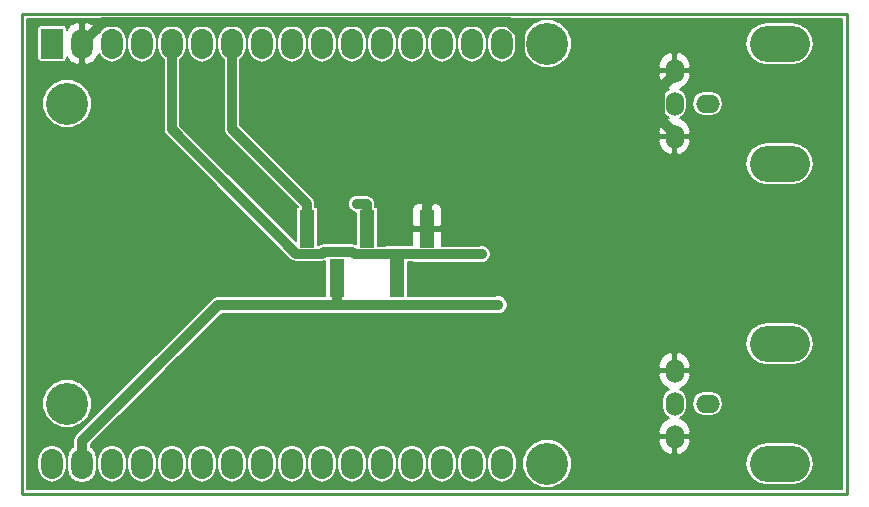
<source format=gtl>
G04 #@! TF.GenerationSoftware,KiCad,Pcbnew,no-vcs-found-a592832~58~ubuntu16.04.1*
G04 #@! TF.CreationDate,2017-03-09T13:35:24-05:00*
G04 #@! TF.ProjectId,encoder_interface_simple_3x2,656E636F6465725F696E746572666163,1.0*
G04 #@! TF.FileFunction,Copper,L1,Top,Signal*
G04 #@! TF.FilePolarity,Positive*
%FSLAX46Y46*%
G04 Gerber Fmt 4.6, Leading zero omitted, Abs format (unit mm)*
G04 Created by KiCad (PCBNEW no-vcs-found-a592832~58~ubuntu16.04.1) date Thu Mar  9 13:35:24 2017*
%MOMM*%
%LPD*%
G01*
G04 APERTURE LIST*
%ADD10C,0.100000*%
%ADD11C,0.228600*%
%ADD12O,1.854200X2.540000*%
%ADD13R,1.854200X2.540000*%
%ADD14C,3.556000*%
%ADD15O,5.080000X3.048000*%
%ADD16O,2.032000X1.524000*%
%ADD17O,1.524000X2.032000*%
%ADD18R,1.270000X3.175000*%
%ADD19C,0.889000*%
%ADD20C,0.812800*%
%ADD21C,0.203200*%
G04 APERTURE END LIST*
D10*
D11*
X155575000Y-68580000D02*
X85725000Y-68580000D01*
X155575000Y-109220000D02*
X155575000Y-68580000D01*
X85725000Y-109220000D02*
X155575000Y-109220000D01*
X85725000Y-68580000D02*
X85725000Y-109220000D01*
D12*
X90805000Y-71120000D03*
X93345000Y-71120000D03*
D13*
X88265000Y-71120000D03*
D12*
X95885000Y-71120000D03*
X98425000Y-71120000D03*
X100965000Y-71120000D03*
X103505000Y-71120000D03*
X106045000Y-71120000D03*
X108585000Y-71120000D03*
X111125000Y-71120000D03*
X113665000Y-71120000D03*
X116205000Y-71120000D03*
X118745000Y-71120000D03*
X121285000Y-71120000D03*
X123825000Y-71120000D03*
X126365000Y-71120000D03*
X126365000Y-106680000D03*
X123825000Y-106680000D03*
X121285000Y-106680000D03*
X118745000Y-106680000D03*
X116205000Y-106680000D03*
X113665000Y-106680000D03*
X111125000Y-106680000D03*
X108585000Y-106680000D03*
X106045000Y-106680000D03*
X103505000Y-106680000D03*
X100965000Y-106680000D03*
X98425000Y-106680000D03*
X95885000Y-106680000D03*
X93345000Y-106680000D03*
X90805000Y-106680000D03*
X88265000Y-106680000D03*
D14*
X89535000Y-76200000D03*
X89535000Y-101600000D03*
X130175000Y-106680000D03*
X130175000Y-71120000D03*
D15*
X149860000Y-71120000D03*
X149860000Y-81280000D03*
D16*
X143764000Y-76200000D03*
D17*
X140970000Y-76200000D03*
X140970000Y-78994000D03*
X140970000Y-73406000D03*
X140970000Y-98806000D03*
X140970000Y-104394000D03*
X140970000Y-101600000D03*
D16*
X143764000Y-101600000D03*
D15*
X149860000Y-106680000D03*
X149860000Y-96520000D03*
D18*
X117475000Y-90995500D03*
X120015000Y-86804500D03*
X114935000Y-86804500D03*
X112395000Y-90995500D03*
X109855000Y-86804500D03*
D19*
X126059600Y-93243700D03*
X124654100Y-88956900D03*
X114055000Y-84683600D03*
D20*
X112395000Y-90995500D02*
X112395000Y-93243700D01*
X90805000Y-106680000D02*
X90805000Y-104749300D01*
X102310600Y-93243700D02*
X112395000Y-93243700D01*
X90805000Y-104749300D02*
X102310600Y-93243700D01*
X112395000Y-93243700D02*
X126059600Y-93243700D01*
X120015000Y-86804500D02*
X120015000Y-84683600D01*
X139699600Y-74930400D02*
X139699600Y-77469600D01*
X140970000Y-73660000D02*
X139699600Y-74930400D01*
X139699600Y-77469600D02*
X140970000Y-78740000D01*
X139699600Y-77469600D02*
X127844600Y-77469600D01*
X127229000Y-77469600D02*
X120015000Y-84683600D01*
X127844600Y-77469600D02*
X127229000Y-77469600D01*
X92619500Y-69305500D02*
X90805000Y-71120000D01*
X126931400Y-69305500D02*
X92619500Y-69305500D01*
X127844600Y-70218700D02*
X126931400Y-69305500D01*
X127844600Y-77469600D02*
X127844600Y-70218700D01*
X98425000Y-78384100D02*
X98425000Y-71120000D01*
X108941300Y-88900400D02*
X98425000Y-78384100D01*
X111099200Y-88900400D02*
X108941300Y-88900400D01*
X111270800Y-88728800D02*
X111099200Y-88900400D01*
X113646300Y-88728800D02*
X111270800Y-88728800D01*
X113893400Y-88975900D02*
X113646300Y-88728800D01*
X116553200Y-88975900D02*
X113893400Y-88975900D01*
X116629500Y-88899600D02*
X116553200Y-88975900D01*
X118859300Y-88899600D02*
X116629500Y-88899600D01*
X118916600Y-88956900D02*
X118859300Y-88899600D01*
X124654100Y-88956900D02*
X118916600Y-88956900D01*
X114935000Y-86804500D02*
X114935000Y-84683600D01*
X114055000Y-84683600D02*
X114935000Y-84683600D01*
X103505000Y-78333600D02*
X103505000Y-71120000D01*
X109855000Y-84683600D02*
X103505000Y-78333600D01*
X109855000Y-86804500D02*
X109855000Y-84683600D01*
D21*
G36*
X155155900Y-108800900D02*
X86144100Y-108800900D01*
X86144100Y-106306248D01*
X87033100Y-106306248D01*
X87033100Y-107053752D01*
X87126873Y-107525180D01*
X87393915Y-107924837D01*
X87793572Y-108191879D01*
X88265000Y-108285652D01*
X88736428Y-108191879D01*
X89136085Y-107924837D01*
X89403127Y-107525180D01*
X89496900Y-107053752D01*
X89496900Y-106306248D01*
X89496703Y-106305253D01*
X89522300Y-106305253D01*
X89522300Y-107054747D01*
X89619940Y-107545615D01*
X89897994Y-107961753D01*
X90314132Y-108239807D01*
X90805000Y-108337447D01*
X91295868Y-108239807D01*
X91712006Y-107961753D01*
X91990060Y-107545615D01*
X92087700Y-107054747D01*
X92087700Y-106306248D01*
X92113100Y-106306248D01*
X92113100Y-107053752D01*
X92206873Y-107525180D01*
X92473915Y-107924837D01*
X92873572Y-108191879D01*
X93345000Y-108285652D01*
X93816428Y-108191879D01*
X94216085Y-107924837D01*
X94483127Y-107525180D01*
X94576900Y-107053752D01*
X94576900Y-106306248D01*
X94653100Y-106306248D01*
X94653100Y-107053752D01*
X94746873Y-107525180D01*
X95013915Y-107924837D01*
X95413572Y-108191879D01*
X95885000Y-108285652D01*
X96356428Y-108191879D01*
X96756085Y-107924837D01*
X97023127Y-107525180D01*
X97116900Y-107053752D01*
X97116900Y-106306248D01*
X97193100Y-106306248D01*
X97193100Y-107053752D01*
X97286873Y-107525180D01*
X97553915Y-107924837D01*
X97953572Y-108191879D01*
X98425000Y-108285652D01*
X98896428Y-108191879D01*
X99296085Y-107924837D01*
X99563127Y-107525180D01*
X99656900Y-107053752D01*
X99656900Y-106306248D01*
X99733100Y-106306248D01*
X99733100Y-107053752D01*
X99826873Y-107525180D01*
X100093915Y-107924837D01*
X100493572Y-108191879D01*
X100965000Y-108285652D01*
X101436428Y-108191879D01*
X101836085Y-107924837D01*
X102103127Y-107525180D01*
X102196900Y-107053752D01*
X102196900Y-106306248D01*
X102273100Y-106306248D01*
X102273100Y-107053752D01*
X102366873Y-107525180D01*
X102633915Y-107924837D01*
X103033572Y-108191879D01*
X103505000Y-108285652D01*
X103976428Y-108191879D01*
X104376085Y-107924837D01*
X104643127Y-107525180D01*
X104736900Y-107053752D01*
X104736900Y-106306248D01*
X104813100Y-106306248D01*
X104813100Y-107053752D01*
X104906873Y-107525180D01*
X105173915Y-107924837D01*
X105573572Y-108191879D01*
X106045000Y-108285652D01*
X106516428Y-108191879D01*
X106916085Y-107924837D01*
X107183127Y-107525180D01*
X107276900Y-107053752D01*
X107276900Y-106306248D01*
X107353100Y-106306248D01*
X107353100Y-107053752D01*
X107446873Y-107525180D01*
X107713915Y-107924837D01*
X108113572Y-108191879D01*
X108585000Y-108285652D01*
X109056428Y-108191879D01*
X109456085Y-107924837D01*
X109723127Y-107525180D01*
X109816900Y-107053752D01*
X109816900Y-106306248D01*
X109893100Y-106306248D01*
X109893100Y-107053752D01*
X109986873Y-107525180D01*
X110253915Y-107924837D01*
X110653572Y-108191879D01*
X111125000Y-108285652D01*
X111596428Y-108191879D01*
X111996085Y-107924837D01*
X112263127Y-107525180D01*
X112356900Y-107053752D01*
X112356900Y-106306248D01*
X112433100Y-106306248D01*
X112433100Y-107053752D01*
X112526873Y-107525180D01*
X112793915Y-107924837D01*
X113193572Y-108191879D01*
X113665000Y-108285652D01*
X114136428Y-108191879D01*
X114536085Y-107924837D01*
X114803127Y-107525180D01*
X114896900Y-107053752D01*
X114896900Y-106306248D01*
X114973100Y-106306248D01*
X114973100Y-107053752D01*
X115066873Y-107525180D01*
X115333915Y-107924837D01*
X115733572Y-108191879D01*
X116205000Y-108285652D01*
X116676428Y-108191879D01*
X117076085Y-107924837D01*
X117343127Y-107525180D01*
X117436900Y-107053752D01*
X117436900Y-106306248D01*
X117513100Y-106306248D01*
X117513100Y-107053752D01*
X117606873Y-107525180D01*
X117873915Y-107924837D01*
X118273572Y-108191879D01*
X118745000Y-108285652D01*
X119216428Y-108191879D01*
X119616085Y-107924837D01*
X119883127Y-107525180D01*
X119976900Y-107053752D01*
X119976900Y-106306248D01*
X120053100Y-106306248D01*
X120053100Y-107053752D01*
X120146873Y-107525180D01*
X120413915Y-107924837D01*
X120813572Y-108191879D01*
X121285000Y-108285652D01*
X121756428Y-108191879D01*
X122156085Y-107924837D01*
X122423127Y-107525180D01*
X122516900Y-107053752D01*
X122516900Y-106306248D01*
X122593100Y-106306248D01*
X122593100Y-107053752D01*
X122686873Y-107525180D01*
X122953915Y-107924837D01*
X123353572Y-108191879D01*
X123825000Y-108285652D01*
X124296428Y-108191879D01*
X124696085Y-107924837D01*
X124963127Y-107525180D01*
X125056900Y-107053752D01*
X125056900Y-106306248D01*
X125133100Y-106306248D01*
X125133100Y-107053752D01*
X125226873Y-107525180D01*
X125493915Y-107924837D01*
X125893572Y-108191879D01*
X126365000Y-108285652D01*
X126836428Y-108191879D01*
X127236085Y-107924837D01*
X127503127Y-107525180D01*
X127589197Y-107092477D01*
X128091840Y-107092477D01*
X128408259Y-107858270D01*
X128993648Y-108444682D01*
X129758888Y-108762437D01*
X130587477Y-108763160D01*
X131353270Y-108446741D01*
X131939682Y-107861352D01*
X132257437Y-107096112D01*
X132257800Y-106680000D01*
X146959467Y-106680000D01*
X147098676Y-107379851D01*
X147495110Y-107973157D01*
X148088416Y-108369591D01*
X148788267Y-108508800D01*
X150931733Y-108508800D01*
X151631584Y-108369591D01*
X152224890Y-107973157D01*
X152621324Y-107379851D01*
X152760533Y-106680000D01*
X152621324Y-105980149D01*
X152224890Y-105386843D01*
X151631584Y-104990409D01*
X150931733Y-104851200D01*
X148788267Y-104851200D01*
X148088416Y-104990409D01*
X147495110Y-105386843D01*
X147098676Y-105980149D01*
X146959467Y-106680000D01*
X132257800Y-106680000D01*
X132258160Y-106267523D01*
X131941741Y-105501730D01*
X131356352Y-104915318D01*
X130989761Y-104763096D01*
X139593837Y-104763096D01*
X139742637Y-105280970D01*
X140078292Y-105702480D01*
X140549701Y-105963454D01*
X140606239Y-105970484D01*
X140817600Y-105857637D01*
X140817600Y-104546400D01*
X141122400Y-104546400D01*
X141122400Y-105857637D01*
X141333761Y-105970484D01*
X141390299Y-105963454D01*
X141861708Y-105702480D01*
X142197363Y-105280970D01*
X142346163Y-104763096D01*
X142194825Y-104546400D01*
X141122400Y-104546400D01*
X140817600Y-104546400D01*
X139745175Y-104546400D01*
X139593837Y-104763096D01*
X130989761Y-104763096D01*
X130591112Y-104597563D01*
X129762523Y-104596840D01*
X128996730Y-104913259D01*
X128410318Y-105498648D01*
X128092563Y-106263888D01*
X128091840Y-107092477D01*
X127589197Y-107092477D01*
X127596900Y-107053752D01*
X127596900Y-106306248D01*
X127503127Y-105834820D01*
X127236085Y-105435163D01*
X126836428Y-105168121D01*
X126365000Y-105074348D01*
X125893572Y-105168121D01*
X125493915Y-105435163D01*
X125226873Y-105834820D01*
X125133100Y-106306248D01*
X125056900Y-106306248D01*
X124963127Y-105834820D01*
X124696085Y-105435163D01*
X124296428Y-105168121D01*
X123825000Y-105074348D01*
X123353572Y-105168121D01*
X122953915Y-105435163D01*
X122686873Y-105834820D01*
X122593100Y-106306248D01*
X122516900Y-106306248D01*
X122423127Y-105834820D01*
X122156085Y-105435163D01*
X121756428Y-105168121D01*
X121285000Y-105074348D01*
X120813572Y-105168121D01*
X120413915Y-105435163D01*
X120146873Y-105834820D01*
X120053100Y-106306248D01*
X119976900Y-106306248D01*
X119883127Y-105834820D01*
X119616085Y-105435163D01*
X119216428Y-105168121D01*
X118745000Y-105074348D01*
X118273572Y-105168121D01*
X117873915Y-105435163D01*
X117606873Y-105834820D01*
X117513100Y-106306248D01*
X117436900Y-106306248D01*
X117343127Y-105834820D01*
X117076085Y-105435163D01*
X116676428Y-105168121D01*
X116205000Y-105074348D01*
X115733572Y-105168121D01*
X115333915Y-105435163D01*
X115066873Y-105834820D01*
X114973100Y-106306248D01*
X114896900Y-106306248D01*
X114803127Y-105834820D01*
X114536085Y-105435163D01*
X114136428Y-105168121D01*
X113665000Y-105074348D01*
X113193572Y-105168121D01*
X112793915Y-105435163D01*
X112526873Y-105834820D01*
X112433100Y-106306248D01*
X112356900Y-106306248D01*
X112263127Y-105834820D01*
X111996085Y-105435163D01*
X111596428Y-105168121D01*
X111125000Y-105074348D01*
X110653572Y-105168121D01*
X110253915Y-105435163D01*
X109986873Y-105834820D01*
X109893100Y-106306248D01*
X109816900Y-106306248D01*
X109723127Y-105834820D01*
X109456085Y-105435163D01*
X109056428Y-105168121D01*
X108585000Y-105074348D01*
X108113572Y-105168121D01*
X107713915Y-105435163D01*
X107446873Y-105834820D01*
X107353100Y-106306248D01*
X107276900Y-106306248D01*
X107183127Y-105834820D01*
X106916085Y-105435163D01*
X106516428Y-105168121D01*
X106045000Y-105074348D01*
X105573572Y-105168121D01*
X105173915Y-105435163D01*
X104906873Y-105834820D01*
X104813100Y-106306248D01*
X104736900Y-106306248D01*
X104643127Y-105834820D01*
X104376085Y-105435163D01*
X103976428Y-105168121D01*
X103505000Y-105074348D01*
X103033572Y-105168121D01*
X102633915Y-105435163D01*
X102366873Y-105834820D01*
X102273100Y-106306248D01*
X102196900Y-106306248D01*
X102103127Y-105834820D01*
X101836085Y-105435163D01*
X101436428Y-105168121D01*
X100965000Y-105074348D01*
X100493572Y-105168121D01*
X100093915Y-105435163D01*
X99826873Y-105834820D01*
X99733100Y-106306248D01*
X99656900Y-106306248D01*
X99563127Y-105834820D01*
X99296085Y-105435163D01*
X98896428Y-105168121D01*
X98425000Y-105074348D01*
X97953572Y-105168121D01*
X97553915Y-105435163D01*
X97286873Y-105834820D01*
X97193100Y-106306248D01*
X97116900Y-106306248D01*
X97023127Y-105834820D01*
X96756085Y-105435163D01*
X96356428Y-105168121D01*
X95885000Y-105074348D01*
X95413572Y-105168121D01*
X95013915Y-105435163D01*
X94746873Y-105834820D01*
X94653100Y-106306248D01*
X94576900Y-106306248D01*
X94483127Y-105834820D01*
X94216085Y-105435163D01*
X93816428Y-105168121D01*
X93345000Y-105074348D01*
X92873572Y-105168121D01*
X92473915Y-105435163D01*
X92206873Y-105834820D01*
X92113100Y-106306248D01*
X92087700Y-106306248D01*
X92087700Y-106305253D01*
X91990060Y-105814385D01*
X91712006Y-105398247D01*
X91567000Y-105301357D01*
X91567000Y-105064930D01*
X97456834Y-99175096D01*
X139593837Y-99175096D01*
X139742637Y-99692970D01*
X140078292Y-100114480D01*
X140522796Y-100360559D01*
X140215658Y-100565782D01*
X139984405Y-100911877D01*
X139903200Y-101320124D01*
X139903200Y-101879876D01*
X139984405Y-102288123D01*
X140215658Y-102634218D01*
X140522796Y-102839441D01*
X140078292Y-103085520D01*
X139742637Y-103507030D01*
X139593837Y-104024904D01*
X139745175Y-104241600D01*
X140817600Y-104241600D01*
X140817600Y-104221600D01*
X141122400Y-104221600D01*
X141122400Y-104241600D01*
X142194825Y-104241600D01*
X142346163Y-104024904D01*
X142197363Y-103507030D01*
X141861708Y-103085520D01*
X141417204Y-102839441D01*
X141724342Y-102634218D01*
X141955595Y-102288123D01*
X142036800Y-101879876D01*
X142036800Y-101600000D01*
X142417324Y-101600000D01*
X142498529Y-102008247D01*
X142729782Y-102354342D01*
X143075877Y-102585595D01*
X143484124Y-102666800D01*
X144043876Y-102666800D01*
X144452123Y-102585595D01*
X144798218Y-102354342D01*
X145029471Y-102008247D01*
X145110676Y-101600000D01*
X145029471Y-101191753D01*
X144798218Y-100845658D01*
X144452123Y-100614405D01*
X144043876Y-100533200D01*
X143484124Y-100533200D01*
X143075877Y-100614405D01*
X142729782Y-100845658D01*
X142498529Y-101191753D01*
X142417324Y-101600000D01*
X142036800Y-101600000D01*
X142036800Y-101320124D01*
X141955595Y-100911877D01*
X141724342Y-100565782D01*
X141417204Y-100360559D01*
X141861708Y-100114480D01*
X142197363Y-99692970D01*
X142346163Y-99175096D01*
X142194825Y-98958400D01*
X141122400Y-98958400D01*
X141122400Y-98978400D01*
X140817600Y-98978400D01*
X140817600Y-98958400D01*
X139745175Y-98958400D01*
X139593837Y-99175096D01*
X97456834Y-99175096D01*
X98195026Y-98436904D01*
X139593837Y-98436904D01*
X139745175Y-98653600D01*
X140817600Y-98653600D01*
X140817600Y-97342363D01*
X141122400Y-97342363D01*
X141122400Y-98653600D01*
X142194825Y-98653600D01*
X142346163Y-98436904D01*
X142197363Y-97919030D01*
X141861708Y-97497520D01*
X141390299Y-97236546D01*
X141333761Y-97229516D01*
X141122400Y-97342363D01*
X140817600Y-97342363D01*
X140606239Y-97229516D01*
X140549701Y-97236546D01*
X140078292Y-97497520D01*
X139742637Y-97919030D01*
X139593837Y-98436904D01*
X98195026Y-98436904D01*
X100111930Y-96520000D01*
X146959467Y-96520000D01*
X147098676Y-97219851D01*
X147495110Y-97813157D01*
X148088416Y-98209591D01*
X148788267Y-98348800D01*
X150931733Y-98348800D01*
X151631584Y-98209591D01*
X152224890Y-97813157D01*
X152621324Y-97219851D01*
X152760533Y-96520000D01*
X152621324Y-95820149D01*
X152224890Y-95226843D01*
X151631584Y-94830409D01*
X150931733Y-94691200D01*
X148788267Y-94691200D01*
X148088416Y-94830409D01*
X147495110Y-95226843D01*
X147098676Y-95820149D01*
X146959467Y-96520000D01*
X100111930Y-96520000D01*
X102626231Y-94005700D01*
X125808332Y-94005700D01*
X125899752Y-94043661D01*
X126218052Y-94043939D01*
X126512228Y-93922387D01*
X126737496Y-93697512D01*
X126859561Y-93403548D01*
X126859839Y-93085248D01*
X126738287Y-92791072D01*
X126513412Y-92565804D01*
X126219448Y-92443739D01*
X125901148Y-92443461D01*
X125808603Y-92481700D01*
X118420771Y-92481700D01*
X118420771Y-89610800D01*
X118639702Y-89610800D01*
X118644436Y-89613963D01*
X118916600Y-89668100D01*
X124412959Y-89668100D01*
X124504401Y-89706070D01*
X124802491Y-89706330D01*
X125077990Y-89592496D01*
X125288956Y-89381899D01*
X125403270Y-89106599D01*
X125403530Y-88808509D01*
X125289696Y-88533010D01*
X125079099Y-88322044D01*
X124803799Y-88207730D01*
X124505709Y-88207470D01*
X124413185Y-88245700D01*
X121259600Y-88245700D01*
X121259600Y-87109300D01*
X121107200Y-86956900D01*
X120167400Y-86956900D01*
X120167400Y-86976900D01*
X119862600Y-86976900D01*
X119862600Y-86956900D01*
X118922800Y-86956900D01*
X118770400Y-87109300D01*
X118770400Y-88188400D01*
X116629500Y-88188400D01*
X116357336Y-88242537D01*
X116324167Y-88264700D01*
X115880771Y-88264700D01*
X115880771Y-85217000D01*
X115857115Y-85098073D01*
X115855559Y-85095743D01*
X118770400Y-85095743D01*
X118770400Y-86499700D01*
X118922800Y-86652100D01*
X119862600Y-86652100D01*
X119862600Y-84759800D01*
X120167400Y-84759800D01*
X120167400Y-86652100D01*
X121107200Y-86652100D01*
X121259600Y-86499700D01*
X121259600Y-85095743D01*
X121166794Y-84871689D01*
X120995311Y-84700206D01*
X120771257Y-84607400D01*
X120319800Y-84607400D01*
X120167400Y-84759800D01*
X119862600Y-84759800D01*
X119710200Y-84607400D01*
X119258743Y-84607400D01*
X119034689Y-84700206D01*
X118863206Y-84871689D01*
X118770400Y-85095743D01*
X115855559Y-85095743D01*
X115789748Y-84997252D01*
X115688927Y-84929885D01*
X115646200Y-84921386D01*
X115646200Y-84683600D01*
X115592063Y-84411436D01*
X115437894Y-84180706D01*
X115207164Y-84026537D01*
X114935000Y-83972400D01*
X114296141Y-83972400D01*
X114204699Y-83934430D01*
X113906609Y-83934170D01*
X113631110Y-84048004D01*
X113420144Y-84258601D01*
X113305830Y-84533901D01*
X113305570Y-84831991D01*
X113419404Y-85107490D01*
X113630001Y-85318456D01*
X113905301Y-85432770D01*
X113989229Y-85432843D01*
X113989229Y-88119020D01*
X113918465Y-88071737D01*
X113646300Y-88017600D01*
X111270800Y-88017600D01*
X111043790Y-88062755D01*
X110998635Y-88071737D01*
X110822840Y-88189200D01*
X110800771Y-88189200D01*
X110800771Y-85217000D01*
X110777115Y-85098073D01*
X110709748Y-84997252D01*
X110608927Y-84929885D01*
X110566200Y-84921386D01*
X110566200Y-84683600D01*
X110512063Y-84411436D01*
X110512063Y-84411435D01*
X110357894Y-84180706D01*
X107457188Y-81280000D01*
X146959467Y-81280000D01*
X147098676Y-81979851D01*
X147495110Y-82573157D01*
X148088416Y-82969591D01*
X148788267Y-83108800D01*
X150931733Y-83108800D01*
X151631584Y-82969591D01*
X152224890Y-82573157D01*
X152621324Y-81979851D01*
X152760533Y-81280000D01*
X152621324Y-80580149D01*
X152224890Y-79986843D01*
X151631584Y-79590409D01*
X150931733Y-79451200D01*
X148788267Y-79451200D01*
X148088416Y-79590409D01*
X147495110Y-79986843D01*
X147098676Y-80580149D01*
X146959467Y-81280000D01*
X107457188Y-81280000D01*
X105540284Y-79363096D01*
X139593837Y-79363096D01*
X139742637Y-79880970D01*
X140078292Y-80302480D01*
X140549701Y-80563454D01*
X140606239Y-80570484D01*
X140817600Y-80457637D01*
X140817600Y-79146400D01*
X141122400Y-79146400D01*
X141122400Y-80457637D01*
X141333761Y-80570484D01*
X141390299Y-80563454D01*
X141861708Y-80302480D01*
X142197363Y-79880970D01*
X142346163Y-79363096D01*
X142194825Y-79146400D01*
X141122400Y-79146400D01*
X140817600Y-79146400D01*
X139745175Y-79146400D01*
X139593837Y-79363096D01*
X105540284Y-79363096D01*
X104216200Y-78039012D01*
X104216200Y-73775096D01*
X139593837Y-73775096D01*
X139742637Y-74292970D01*
X140078292Y-74714480D01*
X140522796Y-74960559D01*
X140215658Y-75165782D01*
X139984405Y-75511877D01*
X139903200Y-75920124D01*
X139903200Y-76479876D01*
X139984405Y-76888123D01*
X140215658Y-77234218D01*
X140522796Y-77439441D01*
X140078292Y-77685520D01*
X139742637Y-78107030D01*
X139593837Y-78624904D01*
X139745175Y-78841600D01*
X140817600Y-78841600D01*
X140817600Y-78821600D01*
X141122400Y-78821600D01*
X141122400Y-78841600D01*
X142194825Y-78841600D01*
X142346163Y-78624904D01*
X142197363Y-78107030D01*
X141861708Y-77685520D01*
X141417204Y-77439441D01*
X141724342Y-77234218D01*
X141955595Y-76888123D01*
X142036800Y-76479876D01*
X142036800Y-76200000D01*
X142417324Y-76200000D01*
X142498529Y-76608247D01*
X142729782Y-76954342D01*
X143075877Y-77185595D01*
X143484124Y-77266800D01*
X144043876Y-77266800D01*
X144452123Y-77185595D01*
X144798218Y-76954342D01*
X145029471Y-76608247D01*
X145110676Y-76200000D01*
X145029471Y-75791753D01*
X144798218Y-75445658D01*
X144452123Y-75214405D01*
X144043876Y-75133200D01*
X143484124Y-75133200D01*
X143075877Y-75214405D01*
X142729782Y-75445658D01*
X142498529Y-75791753D01*
X142417324Y-76200000D01*
X142036800Y-76200000D01*
X142036800Y-75920124D01*
X141955595Y-75511877D01*
X141724342Y-75165782D01*
X141417204Y-74960559D01*
X141861708Y-74714480D01*
X142197363Y-74292970D01*
X142346163Y-73775096D01*
X142194825Y-73558400D01*
X141122400Y-73558400D01*
X141122400Y-73578400D01*
X140817600Y-73578400D01*
X140817600Y-73558400D01*
X139745175Y-73558400D01*
X139593837Y-73775096D01*
X104216200Y-73775096D01*
X104216200Y-72471669D01*
X104376085Y-72364837D01*
X104643127Y-71965180D01*
X104736900Y-71493752D01*
X104736900Y-70746248D01*
X104813100Y-70746248D01*
X104813100Y-71493752D01*
X104906873Y-71965180D01*
X105173915Y-72364837D01*
X105573572Y-72631879D01*
X106045000Y-72725652D01*
X106516428Y-72631879D01*
X106916085Y-72364837D01*
X107183127Y-71965180D01*
X107276900Y-71493752D01*
X107276900Y-70746248D01*
X107353100Y-70746248D01*
X107353100Y-71493752D01*
X107446873Y-71965180D01*
X107713915Y-72364837D01*
X108113572Y-72631879D01*
X108585000Y-72725652D01*
X109056428Y-72631879D01*
X109456085Y-72364837D01*
X109723127Y-71965180D01*
X109816900Y-71493752D01*
X109816900Y-70746248D01*
X109893100Y-70746248D01*
X109893100Y-71493752D01*
X109986873Y-71965180D01*
X110253915Y-72364837D01*
X110653572Y-72631879D01*
X111125000Y-72725652D01*
X111596428Y-72631879D01*
X111996085Y-72364837D01*
X112263127Y-71965180D01*
X112356900Y-71493752D01*
X112356900Y-70746248D01*
X112433100Y-70746248D01*
X112433100Y-71493752D01*
X112526873Y-71965180D01*
X112793915Y-72364837D01*
X113193572Y-72631879D01*
X113665000Y-72725652D01*
X114136428Y-72631879D01*
X114536085Y-72364837D01*
X114803127Y-71965180D01*
X114896900Y-71493752D01*
X114896900Y-70746248D01*
X114973100Y-70746248D01*
X114973100Y-71493752D01*
X115066873Y-71965180D01*
X115333915Y-72364837D01*
X115733572Y-72631879D01*
X116205000Y-72725652D01*
X116676428Y-72631879D01*
X117076085Y-72364837D01*
X117343127Y-71965180D01*
X117436900Y-71493752D01*
X117436900Y-70746248D01*
X117513100Y-70746248D01*
X117513100Y-71493752D01*
X117606873Y-71965180D01*
X117873915Y-72364837D01*
X118273572Y-72631879D01*
X118745000Y-72725652D01*
X119216428Y-72631879D01*
X119616085Y-72364837D01*
X119883127Y-71965180D01*
X119976900Y-71493752D01*
X119976900Y-70746248D01*
X120053100Y-70746248D01*
X120053100Y-71493752D01*
X120146873Y-71965180D01*
X120413915Y-72364837D01*
X120813572Y-72631879D01*
X121285000Y-72725652D01*
X121756428Y-72631879D01*
X122156085Y-72364837D01*
X122423127Y-71965180D01*
X122516900Y-71493752D01*
X122516900Y-70746248D01*
X122593100Y-70746248D01*
X122593100Y-71493752D01*
X122686873Y-71965180D01*
X122953915Y-72364837D01*
X123353572Y-72631879D01*
X123825000Y-72725652D01*
X124296428Y-72631879D01*
X124696085Y-72364837D01*
X124963127Y-71965180D01*
X125056900Y-71493752D01*
X125056900Y-70746248D01*
X125133100Y-70746248D01*
X125133100Y-71493752D01*
X125226873Y-71965180D01*
X125493915Y-72364837D01*
X125893572Y-72631879D01*
X126365000Y-72725652D01*
X126836428Y-72631879D01*
X127236085Y-72364837D01*
X127503127Y-71965180D01*
X127589197Y-71532477D01*
X128091840Y-71532477D01*
X128408259Y-72298270D01*
X128993648Y-72884682D01*
X129758888Y-73202437D01*
X130587477Y-73203160D01*
X130989847Y-73036904D01*
X139593837Y-73036904D01*
X139745175Y-73253600D01*
X140817600Y-73253600D01*
X140817600Y-71942363D01*
X141122400Y-71942363D01*
X141122400Y-73253600D01*
X142194825Y-73253600D01*
X142346163Y-73036904D01*
X142197363Y-72519030D01*
X141861708Y-72097520D01*
X141390299Y-71836546D01*
X141333761Y-71829516D01*
X141122400Y-71942363D01*
X140817600Y-71942363D01*
X140606239Y-71829516D01*
X140549701Y-71836546D01*
X140078292Y-72097520D01*
X139742637Y-72519030D01*
X139593837Y-73036904D01*
X130989847Y-73036904D01*
X131353270Y-72886741D01*
X131939682Y-72301352D01*
X132257437Y-71536112D01*
X132257800Y-71120000D01*
X146959467Y-71120000D01*
X147098676Y-71819851D01*
X147495110Y-72413157D01*
X148088416Y-72809591D01*
X148788267Y-72948800D01*
X150931733Y-72948800D01*
X151631584Y-72809591D01*
X152224890Y-72413157D01*
X152621324Y-71819851D01*
X152760533Y-71120000D01*
X152621324Y-70420149D01*
X152224890Y-69826843D01*
X151631584Y-69430409D01*
X150931733Y-69291200D01*
X148788267Y-69291200D01*
X148088416Y-69430409D01*
X147495110Y-69826843D01*
X147098676Y-70420149D01*
X146959467Y-71120000D01*
X132257800Y-71120000D01*
X132258160Y-70707523D01*
X131941741Y-69941730D01*
X131356352Y-69355318D01*
X130591112Y-69037563D01*
X129762523Y-69036840D01*
X128996730Y-69353259D01*
X128410318Y-69938648D01*
X128092563Y-70703888D01*
X128091840Y-71532477D01*
X127589197Y-71532477D01*
X127596900Y-71493752D01*
X127596900Y-70746248D01*
X127503127Y-70274820D01*
X127236085Y-69875163D01*
X126836428Y-69608121D01*
X126365000Y-69514348D01*
X125893572Y-69608121D01*
X125493915Y-69875163D01*
X125226873Y-70274820D01*
X125133100Y-70746248D01*
X125056900Y-70746248D01*
X124963127Y-70274820D01*
X124696085Y-69875163D01*
X124296428Y-69608121D01*
X123825000Y-69514348D01*
X123353572Y-69608121D01*
X122953915Y-69875163D01*
X122686873Y-70274820D01*
X122593100Y-70746248D01*
X122516900Y-70746248D01*
X122423127Y-70274820D01*
X122156085Y-69875163D01*
X121756428Y-69608121D01*
X121285000Y-69514348D01*
X120813572Y-69608121D01*
X120413915Y-69875163D01*
X120146873Y-70274820D01*
X120053100Y-70746248D01*
X119976900Y-70746248D01*
X119883127Y-70274820D01*
X119616085Y-69875163D01*
X119216428Y-69608121D01*
X118745000Y-69514348D01*
X118273572Y-69608121D01*
X117873915Y-69875163D01*
X117606873Y-70274820D01*
X117513100Y-70746248D01*
X117436900Y-70746248D01*
X117343127Y-70274820D01*
X117076085Y-69875163D01*
X116676428Y-69608121D01*
X116205000Y-69514348D01*
X115733572Y-69608121D01*
X115333915Y-69875163D01*
X115066873Y-70274820D01*
X114973100Y-70746248D01*
X114896900Y-70746248D01*
X114803127Y-70274820D01*
X114536085Y-69875163D01*
X114136428Y-69608121D01*
X113665000Y-69514348D01*
X113193572Y-69608121D01*
X112793915Y-69875163D01*
X112526873Y-70274820D01*
X112433100Y-70746248D01*
X112356900Y-70746248D01*
X112263127Y-70274820D01*
X111996085Y-69875163D01*
X111596428Y-69608121D01*
X111125000Y-69514348D01*
X110653572Y-69608121D01*
X110253915Y-69875163D01*
X109986873Y-70274820D01*
X109893100Y-70746248D01*
X109816900Y-70746248D01*
X109723127Y-70274820D01*
X109456085Y-69875163D01*
X109056428Y-69608121D01*
X108585000Y-69514348D01*
X108113572Y-69608121D01*
X107713915Y-69875163D01*
X107446873Y-70274820D01*
X107353100Y-70746248D01*
X107276900Y-70746248D01*
X107183127Y-70274820D01*
X106916085Y-69875163D01*
X106516428Y-69608121D01*
X106045000Y-69514348D01*
X105573572Y-69608121D01*
X105173915Y-69875163D01*
X104906873Y-70274820D01*
X104813100Y-70746248D01*
X104736900Y-70746248D01*
X104643127Y-70274820D01*
X104376085Y-69875163D01*
X103976428Y-69608121D01*
X103505000Y-69514348D01*
X103033572Y-69608121D01*
X102633915Y-69875163D01*
X102366873Y-70274820D01*
X102273100Y-70746248D01*
X102273100Y-71493752D01*
X102366873Y-71965180D01*
X102633915Y-72364837D01*
X102793800Y-72471669D01*
X102793800Y-78333600D01*
X102847937Y-78605765D01*
X103002106Y-78836494D01*
X109097730Y-84932118D01*
X109000252Y-84997252D01*
X108932885Y-85098073D01*
X108909229Y-85217000D01*
X108909229Y-87862541D01*
X99136200Y-78089512D01*
X99136200Y-72471669D01*
X99296085Y-72364837D01*
X99563127Y-71965180D01*
X99656900Y-71493752D01*
X99656900Y-70746248D01*
X99733100Y-70746248D01*
X99733100Y-71493752D01*
X99826873Y-71965180D01*
X100093915Y-72364837D01*
X100493572Y-72631879D01*
X100965000Y-72725652D01*
X101436428Y-72631879D01*
X101836085Y-72364837D01*
X102103127Y-71965180D01*
X102196900Y-71493752D01*
X102196900Y-70746248D01*
X102103127Y-70274820D01*
X101836085Y-69875163D01*
X101436428Y-69608121D01*
X100965000Y-69514348D01*
X100493572Y-69608121D01*
X100093915Y-69875163D01*
X99826873Y-70274820D01*
X99733100Y-70746248D01*
X99656900Y-70746248D01*
X99563127Y-70274820D01*
X99296085Y-69875163D01*
X98896428Y-69608121D01*
X98425000Y-69514348D01*
X97953572Y-69608121D01*
X97553915Y-69875163D01*
X97286873Y-70274820D01*
X97193100Y-70746248D01*
X97193100Y-71493752D01*
X97286873Y-71965180D01*
X97553915Y-72364837D01*
X97713800Y-72471669D01*
X97713800Y-78384100D01*
X97767937Y-78656265D01*
X97922106Y-78886994D01*
X108438406Y-89403294D01*
X108669135Y-89557463D01*
X108714290Y-89566445D01*
X108941300Y-89611600D01*
X111099200Y-89611600D01*
X111371365Y-89557463D01*
X111397434Y-89540044D01*
X111397434Y-92481700D01*
X102310600Y-92481700D01*
X102018996Y-92539703D01*
X101771785Y-92704884D01*
X90266185Y-104210485D01*
X90101004Y-104457695D01*
X90043000Y-104749300D01*
X90043000Y-105301357D01*
X89897994Y-105398247D01*
X89619940Y-105814385D01*
X89522300Y-106305253D01*
X89496703Y-106305253D01*
X89403127Y-105834820D01*
X89136085Y-105435163D01*
X88736428Y-105168121D01*
X88265000Y-105074348D01*
X87793572Y-105168121D01*
X87393915Y-105435163D01*
X87126873Y-105834820D01*
X87033100Y-106306248D01*
X86144100Y-106306248D01*
X86144100Y-102012477D01*
X87451840Y-102012477D01*
X87768259Y-102778270D01*
X88353648Y-103364682D01*
X89118888Y-103682437D01*
X89947477Y-103683160D01*
X90713270Y-103366741D01*
X91299682Y-102781352D01*
X91617437Y-102016112D01*
X91618160Y-101187523D01*
X91301741Y-100421730D01*
X90716352Y-99835318D01*
X89951112Y-99517563D01*
X89122523Y-99516840D01*
X88356730Y-99833259D01*
X87770318Y-100418648D01*
X87452563Y-101183888D01*
X87451840Y-102012477D01*
X86144100Y-102012477D01*
X86144100Y-76612477D01*
X87451840Y-76612477D01*
X87768259Y-77378270D01*
X88353648Y-77964682D01*
X89118888Y-78282437D01*
X89947477Y-78283160D01*
X90713270Y-77966741D01*
X91299682Y-77381352D01*
X91617437Y-76616112D01*
X91618160Y-75787523D01*
X91301741Y-75021730D01*
X90716352Y-74435318D01*
X89951112Y-74117563D01*
X89122523Y-74116840D01*
X88356730Y-74433259D01*
X87770318Y-75018648D01*
X87452563Y-75783888D01*
X87451840Y-76612477D01*
X86144100Y-76612477D01*
X86144100Y-69850000D01*
X87027129Y-69850000D01*
X87027129Y-72390000D01*
X87050785Y-72508927D01*
X87118152Y-72609748D01*
X87218973Y-72677115D01*
X87337900Y-72700771D01*
X89192100Y-72700771D01*
X89311027Y-72677115D01*
X89411848Y-72609748D01*
X89479215Y-72508927D01*
X89502871Y-72390000D01*
X89502871Y-72263898D01*
X89826152Y-72657274D01*
X90357730Y-72940947D01*
X90415269Y-72949357D01*
X90652600Y-72838785D01*
X90652600Y-71272400D01*
X90632600Y-71272400D01*
X90632600Y-70967600D01*
X90652600Y-70967600D01*
X90652600Y-69401215D01*
X90957400Y-69401215D01*
X90957400Y-70967600D01*
X90977400Y-70967600D01*
X90977400Y-71272400D01*
X90957400Y-71272400D01*
X90957400Y-72838785D01*
X91194731Y-72949357D01*
X91252270Y-72940947D01*
X91783848Y-72657274D01*
X92166405Y-72191769D01*
X92226414Y-71994425D01*
X92473915Y-72364837D01*
X92873572Y-72631879D01*
X93345000Y-72725652D01*
X93816428Y-72631879D01*
X94216085Y-72364837D01*
X94483127Y-71965180D01*
X94576900Y-71493752D01*
X94576900Y-70746248D01*
X94653100Y-70746248D01*
X94653100Y-71493752D01*
X94746873Y-71965180D01*
X95013915Y-72364837D01*
X95413572Y-72631879D01*
X95885000Y-72725652D01*
X96356428Y-72631879D01*
X96756085Y-72364837D01*
X97023127Y-71965180D01*
X97116900Y-71493752D01*
X97116900Y-70746248D01*
X97023127Y-70274820D01*
X96756085Y-69875163D01*
X96356428Y-69608121D01*
X95885000Y-69514348D01*
X95413572Y-69608121D01*
X95013915Y-69875163D01*
X94746873Y-70274820D01*
X94653100Y-70746248D01*
X94576900Y-70746248D01*
X94483127Y-70274820D01*
X94216085Y-69875163D01*
X93816428Y-69608121D01*
X93345000Y-69514348D01*
X92873572Y-69608121D01*
X92473915Y-69875163D01*
X92226414Y-70245575D01*
X92166405Y-70048231D01*
X91783848Y-69582726D01*
X91252270Y-69299053D01*
X91194731Y-69290643D01*
X90957400Y-69401215D01*
X90652600Y-69401215D01*
X90415269Y-69290643D01*
X90357730Y-69299053D01*
X89826152Y-69582726D01*
X89502871Y-69976102D01*
X89502871Y-69850000D01*
X89479215Y-69731073D01*
X89411848Y-69630252D01*
X89311027Y-69562885D01*
X89192100Y-69539229D01*
X87337900Y-69539229D01*
X87218973Y-69562885D01*
X87118152Y-69630252D01*
X87050785Y-69731073D01*
X87027129Y-69850000D01*
X86144100Y-69850000D01*
X86144100Y-68999100D01*
X155155900Y-68999100D01*
X155155900Y-108800900D01*
X155155900Y-108800900D01*
G37*
X155155900Y-108800900D02*
X86144100Y-108800900D01*
X86144100Y-106306248D01*
X87033100Y-106306248D01*
X87033100Y-107053752D01*
X87126873Y-107525180D01*
X87393915Y-107924837D01*
X87793572Y-108191879D01*
X88265000Y-108285652D01*
X88736428Y-108191879D01*
X89136085Y-107924837D01*
X89403127Y-107525180D01*
X89496900Y-107053752D01*
X89496900Y-106306248D01*
X89496703Y-106305253D01*
X89522300Y-106305253D01*
X89522300Y-107054747D01*
X89619940Y-107545615D01*
X89897994Y-107961753D01*
X90314132Y-108239807D01*
X90805000Y-108337447D01*
X91295868Y-108239807D01*
X91712006Y-107961753D01*
X91990060Y-107545615D01*
X92087700Y-107054747D01*
X92087700Y-106306248D01*
X92113100Y-106306248D01*
X92113100Y-107053752D01*
X92206873Y-107525180D01*
X92473915Y-107924837D01*
X92873572Y-108191879D01*
X93345000Y-108285652D01*
X93816428Y-108191879D01*
X94216085Y-107924837D01*
X94483127Y-107525180D01*
X94576900Y-107053752D01*
X94576900Y-106306248D01*
X94653100Y-106306248D01*
X94653100Y-107053752D01*
X94746873Y-107525180D01*
X95013915Y-107924837D01*
X95413572Y-108191879D01*
X95885000Y-108285652D01*
X96356428Y-108191879D01*
X96756085Y-107924837D01*
X97023127Y-107525180D01*
X97116900Y-107053752D01*
X97116900Y-106306248D01*
X97193100Y-106306248D01*
X97193100Y-107053752D01*
X97286873Y-107525180D01*
X97553915Y-107924837D01*
X97953572Y-108191879D01*
X98425000Y-108285652D01*
X98896428Y-108191879D01*
X99296085Y-107924837D01*
X99563127Y-107525180D01*
X99656900Y-107053752D01*
X99656900Y-106306248D01*
X99733100Y-106306248D01*
X99733100Y-107053752D01*
X99826873Y-107525180D01*
X100093915Y-107924837D01*
X100493572Y-108191879D01*
X100965000Y-108285652D01*
X101436428Y-108191879D01*
X101836085Y-107924837D01*
X102103127Y-107525180D01*
X102196900Y-107053752D01*
X102196900Y-106306248D01*
X102273100Y-106306248D01*
X102273100Y-107053752D01*
X102366873Y-107525180D01*
X102633915Y-107924837D01*
X103033572Y-108191879D01*
X103505000Y-108285652D01*
X103976428Y-108191879D01*
X104376085Y-107924837D01*
X104643127Y-107525180D01*
X104736900Y-107053752D01*
X104736900Y-106306248D01*
X104813100Y-106306248D01*
X104813100Y-107053752D01*
X104906873Y-107525180D01*
X105173915Y-107924837D01*
X105573572Y-108191879D01*
X106045000Y-108285652D01*
X106516428Y-108191879D01*
X106916085Y-107924837D01*
X107183127Y-107525180D01*
X107276900Y-107053752D01*
X107276900Y-106306248D01*
X107353100Y-106306248D01*
X107353100Y-107053752D01*
X107446873Y-107525180D01*
X107713915Y-107924837D01*
X108113572Y-108191879D01*
X108585000Y-108285652D01*
X109056428Y-108191879D01*
X109456085Y-107924837D01*
X109723127Y-107525180D01*
X109816900Y-107053752D01*
X109816900Y-106306248D01*
X109893100Y-106306248D01*
X109893100Y-107053752D01*
X109986873Y-107525180D01*
X110253915Y-107924837D01*
X110653572Y-108191879D01*
X111125000Y-108285652D01*
X111596428Y-108191879D01*
X111996085Y-107924837D01*
X112263127Y-107525180D01*
X112356900Y-107053752D01*
X112356900Y-106306248D01*
X112433100Y-106306248D01*
X112433100Y-107053752D01*
X112526873Y-107525180D01*
X112793915Y-107924837D01*
X113193572Y-108191879D01*
X113665000Y-108285652D01*
X114136428Y-108191879D01*
X114536085Y-107924837D01*
X114803127Y-107525180D01*
X114896900Y-107053752D01*
X114896900Y-106306248D01*
X114973100Y-106306248D01*
X114973100Y-107053752D01*
X115066873Y-107525180D01*
X115333915Y-107924837D01*
X115733572Y-108191879D01*
X116205000Y-108285652D01*
X116676428Y-108191879D01*
X117076085Y-107924837D01*
X117343127Y-107525180D01*
X117436900Y-107053752D01*
X117436900Y-106306248D01*
X117513100Y-106306248D01*
X117513100Y-107053752D01*
X117606873Y-107525180D01*
X117873915Y-107924837D01*
X118273572Y-108191879D01*
X118745000Y-108285652D01*
X119216428Y-108191879D01*
X119616085Y-107924837D01*
X119883127Y-107525180D01*
X119976900Y-107053752D01*
X119976900Y-106306248D01*
X120053100Y-106306248D01*
X120053100Y-107053752D01*
X120146873Y-107525180D01*
X120413915Y-107924837D01*
X120813572Y-108191879D01*
X121285000Y-108285652D01*
X121756428Y-108191879D01*
X122156085Y-107924837D01*
X122423127Y-107525180D01*
X122516900Y-107053752D01*
X122516900Y-106306248D01*
X122593100Y-106306248D01*
X122593100Y-107053752D01*
X122686873Y-107525180D01*
X122953915Y-107924837D01*
X123353572Y-108191879D01*
X123825000Y-108285652D01*
X124296428Y-108191879D01*
X124696085Y-107924837D01*
X124963127Y-107525180D01*
X125056900Y-107053752D01*
X125056900Y-106306248D01*
X125133100Y-106306248D01*
X125133100Y-107053752D01*
X125226873Y-107525180D01*
X125493915Y-107924837D01*
X125893572Y-108191879D01*
X126365000Y-108285652D01*
X126836428Y-108191879D01*
X127236085Y-107924837D01*
X127503127Y-107525180D01*
X127589197Y-107092477D01*
X128091840Y-107092477D01*
X128408259Y-107858270D01*
X128993648Y-108444682D01*
X129758888Y-108762437D01*
X130587477Y-108763160D01*
X131353270Y-108446741D01*
X131939682Y-107861352D01*
X132257437Y-107096112D01*
X132257800Y-106680000D01*
X146959467Y-106680000D01*
X147098676Y-107379851D01*
X147495110Y-107973157D01*
X148088416Y-108369591D01*
X148788267Y-108508800D01*
X150931733Y-108508800D01*
X151631584Y-108369591D01*
X152224890Y-107973157D01*
X152621324Y-107379851D01*
X152760533Y-106680000D01*
X152621324Y-105980149D01*
X152224890Y-105386843D01*
X151631584Y-104990409D01*
X150931733Y-104851200D01*
X148788267Y-104851200D01*
X148088416Y-104990409D01*
X147495110Y-105386843D01*
X147098676Y-105980149D01*
X146959467Y-106680000D01*
X132257800Y-106680000D01*
X132258160Y-106267523D01*
X131941741Y-105501730D01*
X131356352Y-104915318D01*
X130989761Y-104763096D01*
X139593837Y-104763096D01*
X139742637Y-105280970D01*
X140078292Y-105702480D01*
X140549701Y-105963454D01*
X140606239Y-105970484D01*
X140817600Y-105857637D01*
X140817600Y-104546400D01*
X141122400Y-104546400D01*
X141122400Y-105857637D01*
X141333761Y-105970484D01*
X141390299Y-105963454D01*
X141861708Y-105702480D01*
X142197363Y-105280970D01*
X142346163Y-104763096D01*
X142194825Y-104546400D01*
X141122400Y-104546400D01*
X140817600Y-104546400D01*
X139745175Y-104546400D01*
X139593837Y-104763096D01*
X130989761Y-104763096D01*
X130591112Y-104597563D01*
X129762523Y-104596840D01*
X128996730Y-104913259D01*
X128410318Y-105498648D01*
X128092563Y-106263888D01*
X128091840Y-107092477D01*
X127589197Y-107092477D01*
X127596900Y-107053752D01*
X127596900Y-106306248D01*
X127503127Y-105834820D01*
X127236085Y-105435163D01*
X126836428Y-105168121D01*
X126365000Y-105074348D01*
X125893572Y-105168121D01*
X125493915Y-105435163D01*
X125226873Y-105834820D01*
X125133100Y-106306248D01*
X125056900Y-106306248D01*
X124963127Y-105834820D01*
X124696085Y-105435163D01*
X124296428Y-105168121D01*
X123825000Y-105074348D01*
X123353572Y-105168121D01*
X122953915Y-105435163D01*
X122686873Y-105834820D01*
X122593100Y-106306248D01*
X122516900Y-106306248D01*
X122423127Y-105834820D01*
X122156085Y-105435163D01*
X121756428Y-105168121D01*
X121285000Y-105074348D01*
X120813572Y-105168121D01*
X120413915Y-105435163D01*
X120146873Y-105834820D01*
X120053100Y-106306248D01*
X119976900Y-106306248D01*
X119883127Y-105834820D01*
X119616085Y-105435163D01*
X119216428Y-105168121D01*
X118745000Y-105074348D01*
X118273572Y-105168121D01*
X117873915Y-105435163D01*
X117606873Y-105834820D01*
X117513100Y-106306248D01*
X117436900Y-106306248D01*
X117343127Y-105834820D01*
X117076085Y-105435163D01*
X116676428Y-105168121D01*
X116205000Y-105074348D01*
X115733572Y-105168121D01*
X115333915Y-105435163D01*
X115066873Y-105834820D01*
X114973100Y-106306248D01*
X114896900Y-106306248D01*
X114803127Y-105834820D01*
X114536085Y-105435163D01*
X114136428Y-105168121D01*
X113665000Y-105074348D01*
X113193572Y-105168121D01*
X112793915Y-105435163D01*
X112526873Y-105834820D01*
X112433100Y-106306248D01*
X112356900Y-106306248D01*
X112263127Y-105834820D01*
X111996085Y-105435163D01*
X111596428Y-105168121D01*
X111125000Y-105074348D01*
X110653572Y-105168121D01*
X110253915Y-105435163D01*
X109986873Y-105834820D01*
X109893100Y-106306248D01*
X109816900Y-106306248D01*
X109723127Y-105834820D01*
X109456085Y-105435163D01*
X109056428Y-105168121D01*
X108585000Y-105074348D01*
X108113572Y-105168121D01*
X107713915Y-105435163D01*
X107446873Y-105834820D01*
X107353100Y-106306248D01*
X107276900Y-106306248D01*
X107183127Y-105834820D01*
X106916085Y-105435163D01*
X106516428Y-105168121D01*
X106045000Y-105074348D01*
X105573572Y-105168121D01*
X105173915Y-105435163D01*
X104906873Y-105834820D01*
X104813100Y-106306248D01*
X104736900Y-106306248D01*
X104643127Y-105834820D01*
X104376085Y-105435163D01*
X103976428Y-105168121D01*
X103505000Y-105074348D01*
X103033572Y-105168121D01*
X102633915Y-105435163D01*
X102366873Y-105834820D01*
X102273100Y-106306248D01*
X102196900Y-106306248D01*
X102103127Y-105834820D01*
X101836085Y-105435163D01*
X101436428Y-105168121D01*
X100965000Y-105074348D01*
X100493572Y-105168121D01*
X100093915Y-105435163D01*
X99826873Y-105834820D01*
X99733100Y-106306248D01*
X99656900Y-106306248D01*
X99563127Y-105834820D01*
X99296085Y-105435163D01*
X98896428Y-105168121D01*
X98425000Y-105074348D01*
X97953572Y-105168121D01*
X97553915Y-105435163D01*
X97286873Y-105834820D01*
X97193100Y-106306248D01*
X97116900Y-106306248D01*
X97023127Y-105834820D01*
X96756085Y-105435163D01*
X96356428Y-105168121D01*
X95885000Y-105074348D01*
X95413572Y-105168121D01*
X95013915Y-105435163D01*
X94746873Y-105834820D01*
X94653100Y-106306248D01*
X94576900Y-106306248D01*
X94483127Y-105834820D01*
X94216085Y-105435163D01*
X93816428Y-105168121D01*
X93345000Y-105074348D01*
X92873572Y-105168121D01*
X92473915Y-105435163D01*
X92206873Y-105834820D01*
X92113100Y-106306248D01*
X92087700Y-106306248D01*
X92087700Y-106305253D01*
X91990060Y-105814385D01*
X91712006Y-105398247D01*
X91567000Y-105301357D01*
X91567000Y-105064930D01*
X97456834Y-99175096D01*
X139593837Y-99175096D01*
X139742637Y-99692970D01*
X140078292Y-100114480D01*
X140522796Y-100360559D01*
X140215658Y-100565782D01*
X139984405Y-100911877D01*
X139903200Y-101320124D01*
X139903200Y-101879876D01*
X139984405Y-102288123D01*
X140215658Y-102634218D01*
X140522796Y-102839441D01*
X140078292Y-103085520D01*
X139742637Y-103507030D01*
X139593837Y-104024904D01*
X139745175Y-104241600D01*
X140817600Y-104241600D01*
X140817600Y-104221600D01*
X141122400Y-104221600D01*
X141122400Y-104241600D01*
X142194825Y-104241600D01*
X142346163Y-104024904D01*
X142197363Y-103507030D01*
X141861708Y-103085520D01*
X141417204Y-102839441D01*
X141724342Y-102634218D01*
X141955595Y-102288123D01*
X142036800Y-101879876D01*
X142036800Y-101600000D01*
X142417324Y-101600000D01*
X142498529Y-102008247D01*
X142729782Y-102354342D01*
X143075877Y-102585595D01*
X143484124Y-102666800D01*
X144043876Y-102666800D01*
X144452123Y-102585595D01*
X144798218Y-102354342D01*
X145029471Y-102008247D01*
X145110676Y-101600000D01*
X145029471Y-101191753D01*
X144798218Y-100845658D01*
X144452123Y-100614405D01*
X144043876Y-100533200D01*
X143484124Y-100533200D01*
X143075877Y-100614405D01*
X142729782Y-100845658D01*
X142498529Y-101191753D01*
X142417324Y-101600000D01*
X142036800Y-101600000D01*
X142036800Y-101320124D01*
X141955595Y-100911877D01*
X141724342Y-100565782D01*
X141417204Y-100360559D01*
X141861708Y-100114480D01*
X142197363Y-99692970D01*
X142346163Y-99175096D01*
X142194825Y-98958400D01*
X141122400Y-98958400D01*
X141122400Y-98978400D01*
X140817600Y-98978400D01*
X140817600Y-98958400D01*
X139745175Y-98958400D01*
X139593837Y-99175096D01*
X97456834Y-99175096D01*
X98195026Y-98436904D01*
X139593837Y-98436904D01*
X139745175Y-98653600D01*
X140817600Y-98653600D01*
X140817600Y-97342363D01*
X141122400Y-97342363D01*
X141122400Y-98653600D01*
X142194825Y-98653600D01*
X142346163Y-98436904D01*
X142197363Y-97919030D01*
X141861708Y-97497520D01*
X141390299Y-97236546D01*
X141333761Y-97229516D01*
X141122400Y-97342363D01*
X140817600Y-97342363D01*
X140606239Y-97229516D01*
X140549701Y-97236546D01*
X140078292Y-97497520D01*
X139742637Y-97919030D01*
X139593837Y-98436904D01*
X98195026Y-98436904D01*
X100111930Y-96520000D01*
X146959467Y-96520000D01*
X147098676Y-97219851D01*
X147495110Y-97813157D01*
X148088416Y-98209591D01*
X148788267Y-98348800D01*
X150931733Y-98348800D01*
X151631584Y-98209591D01*
X152224890Y-97813157D01*
X152621324Y-97219851D01*
X152760533Y-96520000D01*
X152621324Y-95820149D01*
X152224890Y-95226843D01*
X151631584Y-94830409D01*
X150931733Y-94691200D01*
X148788267Y-94691200D01*
X148088416Y-94830409D01*
X147495110Y-95226843D01*
X147098676Y-95820149D01*
X146959467Y-96520000D01*
X100111930Y-96520000D01*
X102626231Y-94005700D01*
X125808332Y-94005700D01*
X125899752Y-94043661D01*
X126218052Y-94043939D01*
X126512228Y-93922387D01*
X126737496Y-93697512D01*
X126859561Y-93403548D01*
X126859839Y-93085248D01*
X126738287Y-92791072D01*
X126513412Y-92565804D01*
X126219448Y-92443739D01*
X125901148Y-92443461D01*
X125808603Y-92481700D01*
X118420771Y-92481700D01*
X118420771Y-89610800D01*
X118639702Y-89610800D01*
X118644436Y-89613963D01*
X118916600Y-89668100D01*
X124412959Y-89668100D01*
X124504401Y-89706070D01*
X124802491Y-89706330D01*
X125077990Y-89592496D01*
X125288956Y-89381899D01*
X125403270Y-89106599D01*
X125403530Y-88808509D01*
X125289696Y-88533010D01*
X125079099Y-88322044D01*
X124803799Y-88207730D01*
X124505709Y-88207470D01*
X124413185Y-88245700D01*
X121259600Y-88245700D01*
X121259600Y-87109300D01*
X121107200Y-86956900D01*
X120167400Y-86956900D01*
X120167400Y-86976900D01*
X119862600Y-86976900D01*
X119862600Y-86956900D01*
X118922800Y-86956900D01*
X118770400Y-87109300D01*
X118770400Y-88188400D01*
X116629500Y-88188400D01*
X116357336Y-88242537D01*
X116324167Y-88264700D01*
X115880771Y-88264700D01*
X115880771Y-85217000D01*
X115857115Y-85098073D01*
X115855559Y-85095743D01*
X118770400Y-85095743D01*
X118770400Y-86499700D01*
X118922800Y-86652100D01*
X119862600Y-86652100D01*
X119862600Y-84759800D01*
X120167400Y-84759800D01*
X120167400Y-86652100D01*
X121107200Y-86652100D01*
X121259600Y-86499700D01*
X121259600Y-85095743D01*
X121166794Y-84871689D01*
X120995311Y-84700206D01*
X120771257Y-84607400D01*
X120319800Y-84607400D01*
X120167400Y-84759800D01*
X119862600Y-84759800D01*
X119710200Y-84607400D01*
X119258743Y-84607400D01*
X119034689Y-84700206D01*
X118863206Y-84871689D01*
X118770400Y-85095743D01*
X115855559Y-85095743D01*
X115789748Y-84997252D01*
X115688927Y-84929885D01*
X115646200Y-84921386D01*
X115646200Y-84683600D01*
X115592063Y-84411436D01*
X115437894Y-84180706D01*
X115207164Y-84026537D01*
X114935000Y-83972400D01*
X114296141Y-83972400D01*
X114204699Y-83934430D01*
X113906609Y-83934170D01*
X113631110Y-84048004D01*
X113420144Y-84258601D01*
X113305830Y-84533901D01*
X113305570Y-84831991D01*
X113419404Y-85107490D01*
X113630001Y-85318456D01*
X113905301Y-85432770D01*
X113989229Y-85432843D01*
X113989229Y-88119020D01*
X113918465Y-88071737D01*
X113646300Y-88017600D01*
X111270800Y-88017600D01*
X111043790Y-88062755D01*
X110998635Y-88071737D01*
X110822840Y-88189200D01*
X110800771Y-88189200D01*
X110800771Y-85217000D01*
X110777115Y-85098073D01*
X110709748Y-84997252D01*
X110608927Y-84929885D01*
X110566200Y-84921386D01*
X110566200Y-84683600D01*
X110512063Y-84411436D01*
X110512063Y-84411435D01*
X110357894Y-84180706D01*
X107457188Y-81280000D01*
X146959467Y-81280000D01*
X147098676Y-81979851D01*
X147495110Y-82573157D01*
X148088416Y-82969591D01*
X148788267Y-83108800D01*
X150931733Y-83108800D01*
X151631584Y-82969591D01*
X152224890Y-82573157D01*
X152621324Y-81979851D01*
X152760533Y-81280000D01*
X152621324Y-80580149D01*
X152224890Y-79986843D01*
X151631584Y-79590409D01*
X150931733Y-79451200D01*
X148788267Y-79451200D01*
X148088416Y-79590409D01*
X147495110Y-79986843D01*
X147098676Y-80580149D01*
X146959467Y-81280000D01*
X107457188Y-81280000D01*
X105540284Y-79363096D01*
X139593837Y-79363096D01*
X139742637Y-79880970D01*
X140078292Y-80302480D01*
X140549701Y-80563454D01*
X140606239Y-80570484D01*
X140817600Y-80457637D01*
X140817600Y-79146400D01*
X141122400Y-79146400D01*
X141122400Y-80457637D01*
X141333761Y-80570484D01*
X141390299Y-80563454D01*
X141861708Y-80302480D01*
X142197363Y-79880970D01*
X142346163Y-79363096D01*
X142194825Y-79146400D01*
X141122400Y-79146400D01*
X140817600Y-79146400D01*
X139745175Y-79146400D01*
X139593837Y-79363096D01*
X105540284Y-79363096D01*
X104216200Y-78039012D01*
X104216200Y-73775096D01*
X139593837Y-73775096D01*
X139742637Y-74292970D01*
X140078292Y-74714480D01*
X140522796Y-74960559D01*
X140215658Y-75165782D01*
X139984405Y-75511877D01*
X139903200Y-75920124D01*
X139903200Y-76479876D01*
X139984405Y-76888123D01*
X140215658Y-77234218D01*
X140522796Y-77439441D01*
X140078292Y-77685520D01*
X139742637Y-78107030D01*
X139593837Y-78624904D01*
X139745175Y-78841600D01*
X140817600Y-78841600D01*
X140817600Y-78821600D01*
X141122400Y-78821600D01*
X141122400Y-78841600D01*
X142194825Y-78841600D01*
X142346163Y-78624904D01*
X142197363Y-78107030D01*
X141861708Y-77685520D01*
X141417204Y-77439441D01*
X141724342Y-77234218D01*
X141955595Y-76888123D01*
X142036800Y-76479876D01*
X142036800Y-76200000D01*
X142417324Y-76200000D01*
X142498529Y-76608247D01*
X142729782Y-76954342D01*
X143075877Y-77185595D01*
X143484124Y-77266800D01*
X144043876Y-77266800D01*
X144452123Y-77185595D01*
X144798218Y-76954342D01*
X145029471Y-76608247D01*
X145110676Y-76200000D01*
X145029471Y-75791753D01*
X144798218Y-75445658D01*
X144452123Y-75214405D01*
X144043876Y-75133200D01*
X143484124Y-75133200D01*
X143075877Y-75214405D01*
X142729782Y-75445658D01*
X142498529Y-75791753D01*
X142417324Y-76200000D01*
X142036800Y-76200000D01*
X142036800Y-75920124D01*
X141955595Y-75511877D01*
X141724342Y-75165782D01*
X141417204Y-74960559D01*
X141861708Y-74714480D01*
X142197363Y-74292970D01*
X142346163Y-73775096D01*
X142194825Y-73558400D01*
X141122400Y-73558400D01*
X141122400Y-73578400D01*
X140817600Y-73578400D01*
X140817600Y-73558400D01*
X139745175Y-73558400D01*
X139593837Y-73775096D01*
X104216200Y-73775096D01*
X104216200Y-72471669D01*
X104376085Y-72364837D01*
X104643127Y-71965180D01*
X104736900Y-71493752D01*
X104736900Y-70746248D01*
X104813100Y-70746248D01*
X104813100Y-71493752D01*
X104906873Y-71965180D01*
X105173915Y-72364837D01*
X105573572Y-72631879D01*
X106045000Y-72725652D01*
X106516428Y-72631879D01*
X106916085Y-72364837D01*
X107183127Y-71965180D01*
X107276900Y-71493752D01*
X107276900Y-70746248D01*
X107353100Y-70746248D01*
X107353100Y-71493752D01*
X107446873Y-71965180D01*
X107713915Y-72364837D01*
X108113572Y-72631879D01*
X108585000Y-72725652D01*
X109056428Y-72631879D01*
X109456085Y-72364837D01*
X109723127Y-71965180D01*
X109816900Y-71493752D01*
X109816900Y-70746248D01*
X109893100Y-70746248D01*
X109893100Y-71493752D01*
X109986873Y-71965180D01*
X110253915Y-72364837D01*
X110653572Y-72631879D01*
X111125000Y-72725652D01*
X111596428Y-72631879D01*
X111996085Y-72364837D01*
X112263127Y-71965180D01*
X112356900Y-71493752D01*
X112356900Y-70746248D01*
X112433100Y-70746248D01*
X112433100Y-71493752D01*
X112526873Y-71965180D01*
X112793915Y-72364837D01*
X113193572Y-72631879D01*
X113665000Y-72725652D01*
X114136428Y-72631879D01*
X114536085Y-72364837D01*
X114803127Y-71965180D01*
X114896900Y-71493752D01*
X114896900Y-70746248D01*
X114973100Y-70746248D01*
X114973100Y-71493752D01*
X115066873Y-71965180D01*
X115333915Y-72364837D01*
X115733572Y-72631879D01*
X116205000Y-72725652D01*
X116676428Y-72631879D01*
X117076085Y-72364837D01*
X117343127Y-71965180D01*
X117436900Y-71493752D01*
X117436900Y-70746248D01*
X117513100Y-70746248D01*
X117513100Y-71493752D01*
X117606873Y-71965180D01*
X117873915Y-72364837D01*
X118273572Y-72631879D01*
X118745000Y-72725652D01*
X119216428Y-72631879D01*
X119616085Y-72364837D01*
X119883127Y-71965180D01*
X119976900Y-71493752D01*
X119976900Y-70746248D01*
X120053100Y-70746248D01*
X120053100Y-71493752D01*
X120146873Y-71965180D01*
X120413915Y-72364837D01*
X120813572Y-72631879D01*
X121285000Y-72725652D01*
X121756428Y-72631879D01*
X122156085Y-72364837D01*
X122423127Y-71965180D01*
X122516900Y-71493752D01*
X122516900Y-70746248D01*
X122593100Y-70746248D01*
X122593100Y-71493752D01*
X122686873Y-71965180D01*
X122953915Y-72364837D01*
X123353572Y-72631879D01*
X123825000Y-72725652D01*
X124296428Y-72631879D01*
X124696085Y-72364837D01*
X124963127Y-71965180D01*
X125056900Y-71493752D01*
X125056900Y-70746248D01*
X125133100Y-70746248D01*
X125133100Y-71493752D01*
X125226873Y-71965180D01*
X125493915Y-72364837D01*
X125893572Y-72631879D01*
X126365000Y-72725652D01*
X126836428Y-72631879D01*
X127236085Y-72364837D01*
X127503127Y-71965180D01*
X127589197Y-71532477D01*
X128091840Y-71532477D01*
X128408259Y-72298270D01*
X128993648Y-72884682D01*
X129758888Y-73202437D01*
X130587477Y-73203160D01*
X130989847Y-73036904D01*
X139593837Y-73036904D01*
X139745175Y-73253600D01*
X140817600Y-73253600D01*
X140817600Y-71942363D01*
X141122400Y-71942363D01*
X141122400Y-73253600D01*
X142194825Y-73253600D01*
X142346163Y-73036904D01*
X142197363Y-72519030D01*
X141861708Y-72097520D01*
X141390299Y-71836546D01*
X141333761Y-71829516D01*
X141122400Y-71942363D01*
X140817600Y-71942363D01*
X140606239Y-71829516D01*
X140549701Y-71836546D01*
X140078292Y-72097520D01*
X139742637Y-72519030D01*
X139593837Y-73036904D01*
X130989847Y-73036904D01*
X131353270Y-72886741D01*
X131939682Y-72301352D01*
X132257437Y-71536112D01*
X132257800Y-71120000D01*
X146959467Y-71120000D01*
X147098676Y-71819851D01*
X147495110Y-72413157D01*
X148088416Y-72809591D01*
X148788267Y-72948800D01*
X150931733Y-72948800D01*
X151631584Y-72809591D01*
X152224890Y-72413157D01*
X152621324Y-71819851D01*
X152760533Y-71120000D01*
X152621324Y-70420149D01*
X152224890Y-69826843D01*
X151631584Y-69430409D01*
X150931733Y-69291200D01*
X148788267Y-69291200D01*
X148088416Y-69430409D01*
X147495110Y-69826843D01*
X147098676Y-70420149D01*
X146959467Y-71120000D01*
X132257800Y-71120000D01*
X132258160Y-70707523D01*
X131941741Y-69941730D01*
X131356352Y-69355318D01*
X130591112Y-69037563D01*
X129762523Y-69036840D01*
X128996730Y-69353259D01*
X128410318Y-69938648D01*
X128092563Y-70703888D01*
X128091840Y-71532477D01*
X127589197Y-71532477D01*
X127596900Y-71493752D01*
X127596900Y-70746248D01*
X127503127Y-70274820D01*
X127236085Y-69875163D01*
X126836428Y-69608121D01*
X126365000Y-69514348D01*
X125893572Y-69608121D01*
X125493915Y-69875163D01*
X125226873Y-70274820D01*
X125133100Y-70746248D01*
X125056900Y-70746248D01*
X124963127Y-70274820D01*
X124696085Y-69875163D01*
X124296428Y-69608121D01*
X123825000Y-69514348D01*
X123353572Y-69608121D01*
X122953915Y-69875163D01*
X122686873Y-70274820D01*
X122593100Y-70746248D01*
X122516900Y-70746248D01*
X122423127Y-70274820D01*
X122156085Y-69875163D01*
X121756428Y-69608121D01*
X121285000Y-69514348D01*
X120813572Y-69608121D01*
X120413915Y-69875163D01*
X120146873Y-70274820D01*
X120053100Y-70746248D01*
X119976900Y-70746248D01*
X119883127Y-70274820D01*
X119616085Y-69875163D01*
X119216428Y-69608121D01*
X118745000Y-69514348D01*
X118273572Y-69608121D01*
X117873915Y-69875163D01*
X117606873Y-70274820D01*
X117513100Y-70746248D01*
X117436900Y-70746248D01*
X117343127Y-70274820D01*
X117076085Y-69875163D01*
X116676428Y-69608121D01*
X116205000Y-69514348D01*
X115733572Y-69608121D01*
X115333915Y-69875163D01*
X115066873Y-70274820D01*
X114973100Y-70746248D01*
X114896900Y-70746248D01*
X114803127Y-70274820D01*
X114536085Y-69875163D01*
X114136428Y-69608121D01*
X113665000Y-69514348D01*
X113193572Y-69608121D01*
X112793915Y-69875163D01*
X112526873Y-70274820D01*
X112433100Y-70746248D01*
X112356900Y-70746248D01*
X112263127Y-70274820D01*
X111996085Y-69875163D01*
X111596428Y-69608121D01*
X111125000Y-69514348D01*
X110653572Y-69608121D01*
X110253915Y-69875163D01*
X109986873Y-70274820D01*
X109893100Y-70746248D01*
X109816900Y-70746248D01*
X109723127Y-70274820D01*
X109456085Y-69875163D01*
X109056428Y-69608121D01*
X108585000Y-69514348D01*
X108113572Y-69608121D01*
X107713915Y-69875163D01*
X107446873Y-70274820D01*
X107353100Y-70746248D01*
X107276900Y-70746248D01*
X107183127Y-70274820D01*
X106916085Y-69875163D01*
X106516428Y-69608121D01*
X106045000Y-69514348D01*
X105573572Y-69608121D01*
X105173915Y-69875163D01*
X104906873Y-70274820D01*
X104813100Y-70746248D01*
X104736900Y-70746248D01*
X104643127Y-70274820D01*
X104376085Y-69875163D01*
X103976428Y-69608121D01*
X103505000Y-69514348D01*
X103033572Y-69608121D01*
X102633915Y-69875163D01*
X102366873Y-70274820D01*
X102273100Y-70746248D01*
X102273100Y-71493752D01*
X102366873Y-71965180D01*
X102633915Y-72364837D01*
X102793800Y-72471669D01*
X102793800Y-78333600D01*
X102847937Y-78605765D01*
X103002106Y-78836494D01*
X109097730Y-84932118D01*
X109000252Y-84997252D01*
X108932885Y-85098073D01*
X108909229Y-85217000D01*
X108909229Y-87862541D01*
X99136200Y-78089512D01*
X99136200Y-72471669D01*
X99296085Y-72364837D01*
X99563127Y-71965180D01*
X99656900Y-71493752D01*
X99656900Y-70746248D01*
X99733100Y-70746248D01*
X99733100Y-71493752D01*
X99826873Y-71965180D01*
X100093915Y-72364837D01*
X100493572Y-72631879D01*
X100965000Y-72725652D01*
X101436428Y-72631879D01*
X101836085Y-72364837D01*
X102103127Y-71965180D01*
X102196900Y-71493752D01*
X102196900Y-70746248D01*
X102103127Y-70274820D01*
X101836085Y-69875163D01*
X101436428Y-69608121D01*
X100965000Y-69514348D01*
X100493572Y-69608121D01*
X100093915Y-69875163D01*
X99826873Y-70274820D01*
X99733100Y-70746248D01*
X99656900Y-70746248D01*
X99563127Y-70274820D01*
X99296085Y-69875163D01*
X98896428Y-69608121D01*
X98425000Y-69514348D01*
X97953572Y-69608121D01*
X97553915Y-69875163D01*
X97286873Y-70274820D01*
X97193100Y-70746248D01*
X97193100Y-71493752D01*
X97286873Y-71965180D01*
X97553915Y-72364837D01*
X97713800Y-72471669D01*
X97713800Y-78384100D01*
X97767937Y-78656265D01*
X97922106Y-78886994D01*
X108438406Y-89403294D01*
X108669135Y-89557463D01*
X108714290Y-89566445D01*
X108941300Y-89611600D01*
X111099200Y-89611600D01*
X111371365Y-89557463D01*
X111397434Y-89540044D01*
X111397434Y-92481700D01*
X102310600Y-92481700D01*
X102018996Y-92539703D01*
X101771785Y-92704884D01*
X90266185Y-104210485D01*
X90101004Y-104457695D01*
X90043000Y-104749300D01*
X90043000Y-105301357D01*
X89897994Y-105398247D01*
X89619940Y-105814385D01*
X89522300Y-106305253D01*
X89496703Y-106305253D01*
X89403127Y-105834820D01*
X89136085Y-105435163D01*
X88736428Y-105168121D01*
X88265000Y-105074348D01*
X87793572Y-105168121D01*
X87393915Y-105435163D01*
X87126873Y-105834820D01*
X87033100Y-106306248D01*
X86144100Y-106306248D01*
X86144100Y-102012477D01*
X87451840Y-102012477D01*
X87768259Y-102778270D01*
X88353648Y-103364682D01*
X89118888Y-103682437D01*
X89947477Y-103683160D01*
X90713270Y-103366741D01*
X91299682Y-102781352D01*
X91617437Y-102016112D01*
X91618160Y-101187523D01*
X91301741Y-100421730D01*
X90716352Y-99835318D01*
X89951112Y-99517563D01*
X89122523Y-99516840D01*
X88356730Y-99833259D01*
X87770318Y-100418648D01*
X87452563Y-101183888D01*
X87451840Y-102012477D01*
X86144100Y-102012477D01*
X86144100Y-76612477D01*
X87451840Y-76612477D01*
X87768259Y-77378270D01*
X88353648Y-77964682D01*
X89118888Y-78282437D01*
X89947477Y-78283160D01*
X90713270Y-77966741D01*
X91299682Y-77381352D01*
X91617437Y-76616112D01*
X91618160Y-75787523D01*
X91301741Y-75021730D01*
X90716352Y-74435318D01*
X89951112Y-74117563D01*
X89122523Y-74116840D01*
X88356730Y-74433259D01*
X87770318Y-75018648D01*
X87452563Y-75783888D01*
X87451840Y-76612477D01*
X86144100Y-76612477D01*
X86144100Y-69850000D01*
X87027129Y-69850000D01*
X87027129Y-72390000D01*
X87050785Y-72508927D01*
X87118152Y-72609748D01*
X87218973Y-72677115D01*
X87337900Y-72700771D01*
X89192100Y-72700771D01*
X89311027Y-72677115D01*
X89411848Y-72609748D01*
X89479215Y-72508927D01*
X89502871Y-72390000D01*
X89502871Y-72263898D01*
X89826152Y-72657274D01*
X90357730Y-72940947D01*
X90415269Y-72949357D01*
X90652600Y-72838785D01*
X90652600Y-71272400D01*
X90632600Y-71272400D01*
X90632600Y-70967600D01*
X90652600Y-70967600D01*
X90652600Y-69401215D01*
X90957400Y-69401215D01*
X90957400Y-70967600D01*
X90977400Y-70967600D01*
X90977400Y-71272400D01*
X90957400Y-71272400D01*
X90957400Y-72838785D01*
X91194731Y-72949357D01*
X91252270Y-72940947D01*
X91783848Y-72657274D01*
X92166405Y-72191769D01*
X92226414Y-71994425D01*
X92473915Y-72364837D01*
X92873572Y-72631879D01*
X93345000Y-72725652D01*
X93816428Y-72631879D01*
X94216085Y-72364837D01*
X94483127Y-71965180D01*
X94576900Y-71493752D01*
X94576900Y-70746248D01*
X94653100Y-70746248D01*
X94653100Y-71493752D01*
X94746873Y-71965180D01*
X95013915Y-72364837D01*
X95413572Y-72631879D01*
X95885000Y-72725652D01*
X96356428Y-72631879D01*
X96756085Y-72364837D01*
X97023127Y-71965180D01*
X97116900Y-71493752D01*
X97116900Y-70746248D01*
X97023127Y-70274820D01*
X96756085Y-69875163D01*
X96356428Y-69608121D01*
X95885000Y-69514348D01*
X95413572Y-69608121D01*
X95013915Y-69875163D01*
X94746873Y-70274820D01*
X94653100Y-70746248D01*
X94576900Y-70746248D01*
X94483127Y-70274820D01*
X94216085Y-69875163D01*
X93816428Y-69608121D01*
X93345000Y-69514348D01*
X92873572Y-69608121D01*
X92473915Y-69875163D01*
X92226414Y-70245575D01*
X92166405Y-70048231D01*
X91783848Y-69582726D01*
X91252270Y-69299053D01*
X91194731Y-69290643D01*
X90957400Y-69401215D01*
X90652600Y-69401215D01*
X90415269Y-69290643D01*
X90357730Y-69299053D01*
X89826152Y-69582726D01*
X89502871Y-69976102D01*
X89502871Y-69850000D01*
X89479215Y-69731073D01*
X89411848Y-69630252D01*
X89311027Y-69562885D01*
X89192100Y-69539229D01*
X87337900Y-69539229D01*
X87218973Y-69562885D01*
X87118152Y-69630252D01*
X87050785Y-69731073D01*
X87027129Y-69850000D01*
X86144100Y-69850000D01*
X86144100Y-68999100D01*
X155155900Y-68999100D01*
X155155900Y-108800900D01*
M02*

</source>
